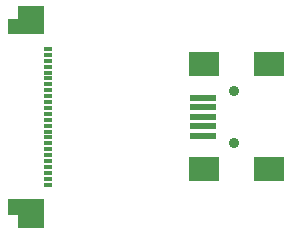
<source format=gbr>
%TF.GenerationSoftware,KiCad,Pcbnew,(5.1.12)-1*%
%TF.CreationDate,2022-05-16T16:27:55-04:00*%
%TF.ProjectId,flex_interface_x4,666c6578-5f69-46e7-9465-72666163655f,rev?*%
%TF.SameCoordinates,Original*%
%TF.FileFunction,Soldermask,Top*%
%TF.FilePolarity,Negative*%
%FSLAX46Y46*%
G04 Gerber Fmt 4.6, Leading zero omitted, Abs format (unit mm)*
G04 Created by KiCad (PCBNEW (5.1.12)-1) date 2022-05-16 16:27:55*
%MOMM*%
%LPD*%
G01*
G04 APERTURE LIST*
%ADD10C,0.100000*%
%ADD11R,2.500000X2.000000*%
%ADD12C,0.900000*%
%ADD13R,2.300000X0.500000*%
%ADD14R,0.800001X0.299999*%
%ADD15R,1.000001X1.000001*%
G04 APERTURE END LIST*
D10*
%TO.C,J2*%
G36*
X85490002Y-109869747D02*
G01*
X85490002Y-112269748D01*
X83290001Y-112269748D01*
X83290001Y-111169747D01*
X82440003Y-111169747D01*
X82440003Y-109869747D01*
X85490002Y-109869747D01*
G37*
G36*
X85490002Y-95869755D02*
G01*
X85490002Y-93469755D01*
X83290001Y-93469755D01*
X83290001Y-94569755D01*
X82440003Y-94569755D01*
X82440003Y-95869755D01*
X85490002Y-95869755D01*
G37*
%TD*%
D11*
%TO.C,J1*%
X99100000Y-107320000D03*
X99100000Y-98420000D03*
X104600000Y-107320000D03*
X104600000Y-98420000D03*
D12*
X101600000Y-105070000D03*
X101600000Y-100670000D03*
D13*
X99000000Y-104470000D03*
X99000000Y-103670000D03*
X99000000Y-102870000D03*
X99000000Y-102070000D03*
X99000000Y-101270000D03*
%TD*%
D14*
%TO.C,J2*%
X85890001Y-107619752D03*
X85890001Y-97119752D03*
X85890001Y-97619751D03*
X85890001Y-98119753D03*
X85890001Y-98619752D03*
X85890001Y-99119753D03*
X85890001Y-99619752D03*
X85890001Y-100119751D03*
X85890001Y-100619753D03*
X85890001Y-101119752D03*
X85890001Y-101619754D03*
X85890001Y-102119753D03*
X85890001Y-102619752D03*
X85890001Y-103119753D03*
X85890001Y-103619752D03*
X85890001Y-104119754D03*
X85890001Y-104619753D03*
X85890001Y-105119752D03*
X85890001Y-105619753D03*
X85890001Y-106119752D03*
X85890001Y-106619754D03*
X85890001Y-107119753D03*
D15*
X84290002Y-94620250D03*
X84290002Y-111119750D03*
D14*
X85890001Y-108119753D03*
X85890001Y-108619752D03*
%TD*%
M02*

</source>
